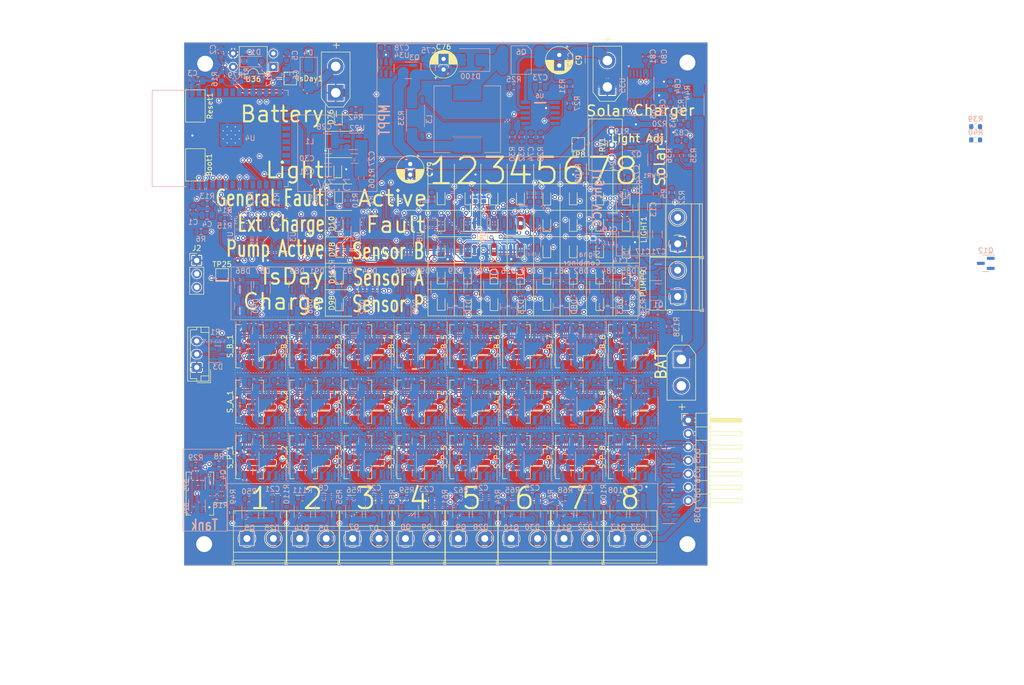
<source format=kicad_pcb>
(kicad_pcb (version 20221018) (generator pcbnew)

  (general
    (thickness 1.6)
  )

  (paper "A4")
  (layers
    (0 "F.Cu" signal)
    (1 "In1.Cu" signal)
    (2 "In2.Cu" signal)
    (31 "B.Cu" signal)
    (32 "B.Adhes" user "B.Adhesive")
    (33 "F.Adhes" user "F.Adhesive")
    (34 "B.Paste" user)
    (35 "F.Paste" user)
    (36 "B.SilkS" user "B.Silkscreen")
    (37 "F.SilkS" user "F.Silkscreen")
    (38 "B.Mask" user)
    (39 "F.Mask" user)
    (40 "Dwgs.User" user "User.Drawings")
    (41 "Cmts.User" user "User.Comments")
    (42 "Eco1.User" user "User.Eco1")
    (43 "Eco2.User" user "User.Eco2")
    (44 "Edge.Cuts" user)
    (45 "Margin" user)
    (46 "B.CrtYd" user "B.Courtyard")
    (47 "F.CrtYd" user "F.Courtyard")
    (48 "B.Fab" user)
    (49 "F.Fab" user)
  )

  (setup
    (stackup
      (layer "F.SilkS" (type "Top Silk Screen"))
      (layer "F.Paste" (type "Top Solder Paste"))
      (layer "F.Mask" (type "Top Solder Mask") (thickness 0.01))
      (layer "F.Cu" (type "copper") (thickness 0.035))
      (layer "dielectric 1" (type "prepreg") (thickness 0.1) (material "FR4") (epsilon_r 4.5) (loss_tangent 0.02))
      (layer "In1.Cu" (type "copper") (thickness 0.035))
      (layer "dielectric 2" (type "core") (thickness 1.24) (material "FR4") (epsilon_r 4.5) (loss_tangent 0.02))
      (layer "In2.Cu" (type "copper") (thickness 0.035))
      (layer "dielectric 3" (type "prepreg") (thickness 0.1) (material "FR4") (epsilon_r 4.5) (loss_tangent 0.02))
      (layer "B.Cu" (type "copper") (thickness 0.035))
      (layer "B.Mask" (type "Bottom Solder Mask") (thickness 0.01))
      (layer "B.Paste" (type "Bottom Solder Paste"))
      (layer "B.SilkS" (type "Bottom Silk Screen"))
      (copper_finish "HAL lead-free")
      (dielectric_constraints no)
    )
    (pad_to_mask_clearance 0.05)
    (solder_mask_min_width 0.2)
    (aux_axis_origin 68.58 26.67)
    (grid_origin 68.58 26.67)
    (pcbplotparams
      (layerselection 0x003ffff_ffffffff)
      (plot_on_all_layers_selection 0x0000000_00000000)
      (disableapertmacros false)
      (usegerberextensions false)
      (usegerberattributes false)
      (usegerberadvancedattributes false)
      (creategerberjobfile false)
      (dashed_line_dash_ratio 12.000000)
      (dashed_line_gap_ratio 3.000000)
      (svgprecision 4)
      (plotframeref false)
      (viasonmask false)
      (mode 1)
      (useauxorigin false)
      (hpglpennumber 1)
      (hpglpenspeed 20)
      (hpglpendiameter 15.000000)
      (dxfpolygonmode true)
      (dxfimperialunits true)
      (dxfusepcbnewfont true)
      (psnegative false)
      (psa4output false)
      (plotreference true)
      (plotvalue true)
      (plotinvisibletext false)
      (sketchpadsonfab false)
      (subtractmaskfromsilk false)
      (outputformat 1)
      (mirror false)
      (drillshape 0)
      (scaleselection 1)
      (outputdirectory "gerber/")
    )
  )

  (net 0 "")
  (net 1 "Net-(U4-IO0)")
  (net 2 "Net-(U4-EN)")
  (net 3 "VBAT")
  (net 4 "GND")
  (net 5 "Net-(S_A_1-Pin_1)")
  (net 6 "Net-(U10-CV)")
  (net 7 "Net-(D2-A)")
  (net 8 "Net-(D12-A)")
  (net 9 "unconnected-(D12-K-Pad2)")
  (net 10 "3_3V")
  (net 11 "Temp")
  (net 12 "unconnected-(D19-K-Pad2)")
  (net 13 "Net-(S_B_1-Pin_1)")
  (net 14 "Net-(D21-A)")
  (net 15 "Net-(U22-BST)")
  (net 16 "Net-(PUMP2-Pin_1)")
  (net 17 "PUMP_ENABLE")
  (net 18 "TANK_SENSOR")
  (net 19 "Net-(PUMP3-Pin_1)")
  (net 20 "Net-(PUMP4-Pin_1)")
  (net 21 "Net-(PUMP1-Pin_1)")
  (net 22 "Net-(PUMP5-Pin_1)")
  (net 23 "Net-(PUMP6-Pin_1)")
  (net 24 "Net-(PUMP7-Pin_1)")
  (net 25 "Net-(PUMP8-Pin_1)")
  (net 26 "SerialOut")
  (net 27 "Clock")
  (net 28 "Latch")
  (net 29 "Net-(Q1-G)")
  (net 30 "unconnected-(D21-K-Pad2)")
  (net 31 "ESP_RX")
  (net 32 "ESP_TX")
  (net 33 "Net-(Boot1-Pad2)")
  (net 34 "SDA")
  (net 35 "SCL")
  (net 36 "unconnected-(D23-K-Pad2)")
  (net 37 "Net-(D26-A)")
  (net 38 "Net-(D10-K)")
  (net 39 "Net-(Q5-G)")
  (net 40 "unconnected-(D26-K-Pad2)")
  (net 41 "Net-(Q7-G)")
  (net 42 "Net-(Q8-G)")
  (net 43 "Net-(Q9-G)")
  (net 44 "Net-(Q10-G)")
  (net 45 "Net-(Q11-G)")
  (net 46 "Net-(Q4-G)")
  (net 47 "Net-(Q13-G)")
  (net 48 "Net-(Q14-G)")
  (net 49 "Net-(D78-A)")
  (net 50 "CentralPump")
  (net 51 "Net-(D79-A)")
  (net 52 "Net-(C5-Pad2)")
  (net 53 "unconnected-(D79-K-Pad2)")
  (net 54 "Net-(U11-CV)")
  (net 55 "Net-(D19-A)")
  (net 56 "PUMP1")
  (net 57 "Net-(D23-A)")
  (net 58 "PUMP3")
  (net 59 "Net-(D80-A)")
  (net 60 "Net-(R14-Pad2)")
  (net 61 "PUMP4")
  (net 62 "PUMP5")
  (net 63 "PUMP6")
  (net 64 "PUMP7")
  (net 65 "PUMP8")
  (net 66 "PUMP2")
  (net 67 "unconnected-(U4-SENSOR_VP-Pad4)")
  (net 68 "unconnected-(U4-IO34-Pad6)")
  (net 69 "unconnected-(U4-IO35-Pad7)")
  (net 70 "unconnected-(U4-IO32-Pad8)")
  (net 71 "unconnected-(U4-IO33-Pad9)")
  (net 72 "unconnected-(U4-IO14-Pad13)")
  (net 73 "unconnected-(U4-IO12-Pad14)")
  (net 74 "unconnected-(D80-K-Pad2)")
  (net 75 "unconnected-(U4-SHD{slash}SD2-Pad17)")
  (net 76 "unconnected-(U4-SWP{slash}SD3-Pad18)")
  (net 77 "unconnected-(U4-SCS{slash}CMD-Pad19)")
  (net 78 "unconnected-(U4-SCK{slash}CLK-Pad20)")
  (net 79 "unconnected-(U4-SDO{slash}SD0-Pad21)")
  (net 80 "unconnected-(U4-SDI{slash}SD1-Pad22)")
  (net 81 "unconnected-(U4-IO15-Pad23)")
  (net 82 "unconnected-(U4-IO5-Pad29)")
  (net 83 "SIGNAL")
  (net 84 "SerialIn")
  (net 85 "unconnected-(U4-NC-Pad32)")
  (net 86 "SENSOR1_PUMP_END")
  (net 87 "SENSOR1_A")
  (net 88 "SENSOR1_B")
  (net 89 "SENSOR2_PUMP_END")
  (net 90 "SENSOR2_A")
  (net 91 "SENSOR2_B")
  (net 92 "SENSOR3_PUMP_END")
  (net 93 "SENSOR3_A")
  (net 94 "SENSOR3_B")
  (net 95 "SENSOR4_PUMP_END")
  (net 96 "SENSOR4_A")
  (net 97 "SENSOR4_B")
  (net 98 "SENSOR5_PUMP_END")
  (net 99 "SENSOR5_A")
  (net 100 "SENSOR5_B")
  (net 101 "SENSOR6_PUMP_END")
  (net 102 "SENSOR6_A")
  (net 103 "SENSOR6_B")
  (net 104 "SENSOR7_PUMP_END")
  (net 105 "SENSOR7_A")
  (net 106 "SENSOR7_B")
  (net 107 "SENSOR8_PUMP_END")
  (net 108 "SENSOR8_A")
  (net 109 "SENSOR8_B")
  (net 110 "Net-(D11-A)")
  (net 111 "Net-(D10-A)")
  (net 112 "Net-(D2-K)")
  (net 113 "Net-(S_P_2-Pin_1)")
  (net 114 "Net-(U12-CV)")
  (net 115 "Net-(S_A_2-Pin_1)")
  (net 116 "Net-(U13-CV)")
  (net 117 "Net-(U2-CV)")
  (net 118 "Net-(S_B_2-Pin_1)")
  (net 119 "Net-(U14-CV)")
  (net 120 "Net-(S_P_3-Pin_1)")
  (net 121 "Net-(U15-CV)")
  (net 122 "Net-(S_A_3-Pin_1)")
  (net 123 "Net-(U16-CV)")
  (net 124 "Net-(S_B_3-Pin_1)")
  (net 125 "Net-(U17-CV)")
  (net 126 "Net-(S_P_4-Pin_1)")
  (net 127 "Net-(U18-CV)")
  (net 128 "Net-(S_A_4-Pin_1)")
  (net 129 "Net-(U19-CV)")
  (net 130 "Net-(S_B_4-Pin_1)")
  (net 131 "Net-(U20-CV)")
  (net 132 "Net-(S_P_5-Pin_1)")
  (net 133 "Net-(U21-CV)")
  (net 134 "Net-(S_A_5-Pin_1)")
  (net 135 "Net-(U23-CV)")
  (net 136 "Net-(P_FAULT1-K)")
  (net 137 "Net-(P_FAULT2-K)")
  (net 138 "Net-(P_FAULT3-K)")
  (net 139 "Net-(P_FAULT4-K)")
  (net 140 "Net-(P_FAULT5-K)")
  (net 141 "Net-(P_FAULT6-K)")
  (net 142 "Net-(P_FAULT7-K)")
  (net 143 "Net-(P_FAULT8-K)")
  (net 144 "Net-(S_B_5-Pin_1)")
  (net 145 "Net-(U24-CV)")
  (net 146 "Net-(S_P_6-Pin_1)")
  (net 147 "Net-(U25-CV)")
  (net 148 "Net-(S_A_6-Pin_1)")
  (net 149 "Net-(U26-CV)")
  (net 150 "Net-(S_B_6-Pin_1)")
  (net 151 "Net-(U27-CV)")
  (net 152 "Net-(S_P_7-Pin_1)")
  (net 153 "Net-(U28-CV)")
  (net 154 "Net-(S_A_7-Pin_1)")
  (net 155 "Net-(U29-CV)")
  (net 156 "Net-(S_B_7-Pin_1)")
  (net 157 "Net-(U30-CV)")
  (net 158 "Net-(S_P_8-Pin_1)")
  (net 159 "Net-(U31-CV)")
  (net 160 "Net-(S_A_8-Pin_1)")
  (net 161 "Net-(U32-CV)")
  (net 162 "Net-(S_B_8-Pin_1)")
  (net 163 "Net-(U33-CV)")
  (net 164 "Net-(S_P_1-Pin_1)")
  (net 165 "Net-(S_P_1-Pin_2)")
  (net 166 "Net-(S_A_1-Pin_2)")
  (net 167 "Net-(S_B_1-Pin_2)")
  (net 168 "Net-(S_P_2-Pin_2)")
  (net 169 "Net-(S_A_2-Pin_2)")
  (net 170 "Net-(S_B_2-Pin_2)")
  (net 171 "Net-(S_P_3-Pin_2)")
  (net 172 "Net-(S_A_3-Pin_2)")
  (net 173 "Net-(S_B_3-Pin_2)")
  (net 174 "Net-(S_P_4-Pin_2)")
  (net 175 "Net-(S_A_4-Pin_2)")
  (net 176 "Net-(S_B_4-Pin_2)")
  (net 177 "Net-(S_P_5-Pin_2)")
  (net 178 "Net-(S_A_5-Pin_2)")
  (net 179 "Net-(S_B_5-Pin_2)")
  (net 180 "Net-(S_P_6-Pin_2)")
  (net 181 "Net-(S_A_6-Pin_2)")
  (net 182 "Net-(S_B_6-Pin_2)")
  (net 183 "Net-(S_P_7-Pin_2)")
  (net 184 "Net-(S_A_7-Pin_2)")
  (net 185 "Net-(S_B_7-Pin_2)")
  (net 186 "Net-(S_P_8-Pin_2)")
  (net 187 "Net-(S_A_8-Pin_2)")
  (net 188 "Net-(S_B_8-Pin_2)")
  (net 189 "Net-(D81-A)")
  (net 190 "unconnected-(D81-K-Pad2)")
  (net 191 "Net-(D82-A)")
  (net 192 "unconnected-(D82-K-Pad2)")
  (net 193 "Net-(D83-A)")
  (net 194 "unconnected-(D83-K-Pad2)")
  (net 195 "Net-(D84-A)")
  (net 196 "unconnected-(D84-K-Pad2)")
  (net 197 "Net-(D85-A)")
  (net 198 "unconnected-(D85-K-Pad2)")
  (net 199 "Net-(D86-A)")
  (net 200 "unconnected-(D86-K-Pad2)")
  (net 201 "Net-(D87-A)")
  (net 202 "unconnected-(D87-K-Pad2)")
  (net 203 "Net-(D88-A)")
  (net 204 "unconnected-(D88-K-Pad2)")
  (net 205 "Net-(D89-A)")
  (net 206 "unconnected-(D89-K-Pad2)")
  (net 207 "Net-(D90-A)")
  (net 208 "unconnected-(D90-K-Pad2)")
  (net 209 "Net-(D91-A)")
  (net 210 "unconnected-(D91-K-Pad2)")
  (net 211 "Net-(D92-A)")
  (net 212 "unconnected-(D92-K-Pad2)")
  (net 213 "unconnected-(U2-DIS-Pad7)")
  (net 214 "unconnected-(U10-DIS-Pad7)")
  (net 215 "unconnected-(U11-DIS-Pad7)")
  (net 216 "unconnected-(U12-DIS-Pad7)")
  (net 217 "unconnected-(U13-DIS-Pad7)")
  (net 218 "unconnected-(U14-DIS-Pad7)")
  (net 219 "unconnected-(U15-DIS-Pad7)")
  (net 220 "unconnected-(U16-DIS-Pad7)")
  (net 221 "unconnected-(U17-DIS-Pad7)")
  (net 222 "unconnected-(U18-DIS-Pad7)")
  (net 223 "unconnected-(U19-DIS-Pad7)")
  (net 224 "unconnected-(U20-DIS-Pad7)")
  (net 225 "unconnected-(U21-DIS-Pad7)")
  (net 226 "unconnected-(U23-DIS-Pad7)")
  (net 227 "unconnected-(U24-DIS-Pad7)")
  (net 228 "unconnected-(U25-DIS-Pad7)")
  (net 229 "unconnected-(U26-DIS-Pad7)")
  (net 230 "unconnected-(U27-DIS-Pad7)")
  (net 231 "unconnected-(U28-DIS-Pad7)")
  (net 232 "unconnected-(U29-DIS-Pad7)")
  (net 233 "unconnected-(U30-DIS-Pad7)")
  (net 234 "unconnected-(U31-DIS-Pad7)")
  (net 235 "unconnected-(U32-DIS-Pad7)")
  (net 236 "unconnected-(U33-DIS-Pad7)")
  (net 237 "IsDay")
  (net 238 "Net-(R78-Pad2)")
  (net 239 "S_VIN")
  (net 240 "Net-(D93-A)")
  (net 241 "unconnected-(D93-K-Pad2)")
  (net 242 "Net-(D94-A)")
  (net 243 "unconnected-(D94-K-Pad2)")
  (net 244 "Net-(D95-A)")
  (net 245 "unconnected-(D95-K-Pad2)")
  (net 246 "Net-(D96-A)")
  (net 247 "unconnected-(D96-K-Pad2)")
  (net 248 "Net-(D97-A)")
  (net 249 "unconnected-(D97-K-Pad2)")
  (net 250 "Net-(P_FAULT1-A)")
  (net 251 "Net-(P_FAULT2-A)")
  (net 252 "Net-(P_FAULT3-A)")
  (net 253 "Net-(P_FAULT4-A)")
  (net 254 "Net-(P_FAULT5-A)")
  (net 255 "Net-(P_FAULT6-A)")
  (net 256 "Net-(P_FAULT7-A)")
  (net 257 "Net-(P_FAULT8-A)")
  (net 258 "5K_VBAT")
  (net 259 "1K_GND")
  (net 260 "Net-(U1-QH')")
  (net 261 "unconnected-(U1-~{SRCLR}-Pad10)")
  (net 262 "Net-(U3-QH')")
  (net 263 "unconnected-(U3-~{SRCLR}-Pad10)")
  (net 264 "Net-(U7-QH')")
  (net 265 "unconnected-(U7-~{SRCLR}-Pad10)")
  (net 266 "Net-(U8-QH')")
  (net 267 "unconnected-(U8-~{SRCLR}-Pad10)")
  (net 268 "unconnected-(U9-~{SRCLR}-Pad10)")
  (net 269 "/Light_In")
  (net 270 "Net-(U5-BST)")
  (net 271 "Net-(Q2-G)")
  (net 272 "Net-(Q2-D)")
  (net 273 "Net-(Q_PWR1-G)")
  (net 274 "Net-(Q_PWR1-D)")
  (net 275 "LED_ENABLE")
  (net 276 "Net-(I2C3-A)")
  (net 277 "Net-(R24-Pad2)")
  (net 278 "Net-(U5-FB)")
  (net 279 "/Light+")
  (net 280 "Net-(U6-VG)")
  (net 281 "Net-(C74-Pad1)")
  (net 282 "Net-(D1-A)")
  (net 283 "Net-(D98-K)")
  (net 284 "Net-(D98-A)")
  (net 285 "Net-(D100-K)")
  (net 286 "Net-(L3-Pad2)")
  (net 287 "Net-(Q6-G)")
  (net 288 "Net-(U6-MPPT)")
  (net 289 "Net-(U6-COM)")
  (net 290 "Net-(U6-BAT)")
  (net 291 "Net-(U6-FB)")
  (net 292 "Net-(U6-CSP)")
  (net 293 "/3_3IN")
  (net 294 "/Light_cool")
  (net 295 "/3_3V_cool")
  (net 296 "Net-(R26-Pad2)")
  (net 297 "Net-(Q3-S)")
  (net 298 "Net-(U34-VCAP)")
  (net 299 "Net-(Q3-G)")
  (net 300 "Net-(J3-Pin_1)")
  (net 301 "ENABLE_TANK")
  (net 302 "Net-(battery1-Pin_1)")
  (net 303 "Net-(U35-REG25)")
  (net 304 "Net-(U35-BAT)")
  (net 305 "Net-(U35-SRP)")
  (net 306 "Net-(U35-SRN)")
  (net 307 "Net-(D76-K)")
  (net 308 "Net-(D76-A)")
  (net 309 "Net-(Q12-G)")
  (net 310 "Net-(Q12-S)")
  (net 311 "Net-(R38-Pad2)")
  (net 312 "Net-(R38-Pad3)")
  (net 313 "BAT_LED")
  (net 314 "BAT_ALERT")
  (net 315 "unconnected-(U35-VEN-Pad2)")
  (net 316 "unconnected-(U35-P6{slash}TS-Pad11)")
  (net 317 "unconnected-(U35-P5{slash}HDQ-Pad12)")

  (footprint "Button_Switch_SMD:SW_SPST_CK_RS282G05A3" (layer "F.Cu") (at 172.33 52.67 90))

  (footprint "LED_SMD:LED_0603_1608Metric" (layer "F.Cu") (at 228.83 84.8825 90))

  (footprint "LED_SMD:LED_0603_1608Metric" (layer "F.Cu") (at 233.83 79.8825 90))

  (footprint "Connector_AMASS:AMASS_XT30UPB-M_1x02_P5.0mm_Vertical" (layer "F.Cu") (at 250.28 49.07 90))

  (footprint "LED_SMD:LED_0603_1608Metric" (layer "F.Cu") (at 199.53 74.9575 90))

  (footprint "Button_Switch_SMD:SW_SPST_CK_RS282G05A3" (layer "F.Cu") (at 172.33 63.82 -90))

  (footprint "LED_SMD:LED_0603_1608Metric" (layer "F.Cu") (at 218.83 74.8825 90))

  (footprint "Connector_JST:JST_PH_B2B-PH-SM4-TB_1x02-1MP_P2.00mm_Vertical" (layer "F.Cu") (at 224.83 119.17 90))

  (footprint "LED_SMD:LED_0603_1608Metric" (layer "F.Cu") (at 228.83 74.92 90))

  (footprint "Connector_JST:JST_PH_B2B-PH-SM4-TB_1x02-1MP_P2.00mm_Vertical" (layer "F.Cu") (at 244.83 98.17 90))

  (footprint "LED_SMD:LED_0603_1608Metric" (layer "F.Cu") (at 218.83 79.8825 90))

  (footprint "Connector_AMASS:AMASS_XT30UPB-F_1x02_P5.0mm_Vertical" (layer "F.Cu") (at 264.28 100.67 -90))

  (footprint "LED_SMD:LED_0603_1608Metric" (layer "F.Cu") (at 223.83 79.92 90))

  (footprint "Connector_JST:JST_PH_B2B-PH-SM4-TB_1x02-1MP_P2.00mm_Vertical" (layer "F.Cu") (at 254.83 108.67 90))

  (footprint "TerminalBlock_Phoenix:TerminalBlock_Phoenix_MKDS-1,5-2_1x02_P5.00mm_Horizontal" (layer "F.Cu") (at 232.08 134.575))

  (footprint "TerminalBlock_Phoenix:TerminalBlock_Phoenix_MKDS-1,5-2_1x02_P5.00mm_Horizontal" (layer "F.Cu") (at 242.08 134.575))

  (footprint "TerminalBlock_Phoenix:TerminalBlock_Phoenix_MKDS-1,5-2_1x02_P5.00mm_Horizontal" (layer "F.Cu") (at 263.58 88.77 90))

  (footprint "Connector_JST:JST_PH_B2B-PH-SM4-TB_1x02-1MP_P2.00mm_Vertical" (layer "F.Cu") (at 194.58 98.17 90))

  (footprint "Package_DIP:DIP-4_W7.62mm" (layer "F.Cu") (at 187.08 45.27 180))

  (footprint "Connector_JST:JST_EH_B3B-EH-A_1x03_P2.50mm_Vertical" (layer "F.Cu") (at 172.58 102.17 90))

  (footprint "LED_SMD:LED_0603_1608Metric" (layer "F.Cu") (at 238.83 84.92 90))

  (footprint "LED_SMD:LED_0603_1608Metric" (layer "F.Cu") (at 199.43 69.6575 90))

  (footprint "Connector_PinHeader_2.54mm:PinHeader_1x07_P2.54mm_Horizontal" (layer "F.Cu") (at 265.58 112.17))

  (footprint "LED_SMD:LED_0603_1608Metric" (layer "F.Cu") (at 243.83 69.8825 90))

  (footprint "Connector_JST:JST_PH_B2B-PH-SM4-TB_1x02-1MP_P2.00mm_Vertical" (layer "F.Cu") (at 244.83 119.17 90))

  (footprint "LED_SMD:LED_0603_1608Metric" (layer "F.Cu") (at 233.83 74.8825 90))

  (footprint "LED_SMD:LED_0603_1608Metric" (layer "F.Cu") (at 233.83 84.92 90))

  (footprint "LED_SMD:LED_0603_1608Metric" (layer "F.Cu") (at 243.83 74.92 90))

  (footprint "Connector_JST:JST_PH_B2B-PH-SM4-TB_1x02-1MP_P2.00mm_Vertical" (layer "F.Cu") (at 224.83 108.67 90))

  (footprint "LED_SMD:LED_0603_1608Metric" (layer "F.Cu") (at 218.83 84.8825 90))

  (footprint "TerminalBlock_Phoenix:TerminalBlock_Phoenix_MKDS-1,5-2_1x02_P5.00mm_Horizontal" (layer "F.Cu") (at 222.08 134.575))

  (footprint "LED_SMD:LED_0603_1608Metric" (layer "F.Cu") (at 224.08 69.8825 90))

  (footprint "LED_SMD:LED_0603_1608Metric" (layer "F.Cu") (at 199.38 54.7575 90))

  (footprint "Connector_JST:JST_PH_B2B-PH-SM4-TB_1x02-1MP_P2.00mm_Vertical" (layer "F.Cu") (at 184.33 119.17 90))

  (footprint "LED_SMD:LED_0603_1608Metric" (layer "F.Cu")
    (tstamp 53afbb56-eb48-4e8e-824e-95ff8f787ff1)
    (at 218.83 89.8825 90)
    (descr "LED SMD 0603 (1608 Metric), square (rectangular) end terminal, IPC_7351 nominal, (Body size source: http://www.tortai-tech.com/upload/download/2011102023233369053.pdf), generated with kicad-footprint-generator")
    (tags "LED")
    (property "Sheetfile" "PlantCtrlESP32.kicad_sch")
    (property "Sheetname" "")
    (property "ki_description" "Light emitting diode")
    (property "ki_keywords" "LED diode")
    (path "/10b68fa0-05e2-4e24-abf6-d287cbe1dc7f")
    (attr smd)
    (fp_text reference "SD1" (at 0 -1.43 90) (layer "F.SilkS") hide
        (effects (font (size 1 1) (thickness 0.15)))
      (tstamp bc4c86af-c35d-4800-8ffa-7574ef172302)
    )
    (fp_text value "GREEN" (at 0 1.43 90) (layer "F.Fab")
        (effects (font (size 1 1) (thickness 0.15)))
      (tstamp 546b77b0-12ca-4c74-b51e-3a0dacbd36bb)
    )
    (fp_text user "${REFERENCE}" (at 0 0 90) (layer "F.Fab")
        (effects (font (size 0.4 0.4) (thickness 0.06)))
      (tstamp f8e66a2d-eb87-43d0-bcef-f5e1d9c57552)
    )
    (fp_line (start -1.485 -0.735) (end -1.485 0.735)
      (stroke (width 0.12) (type solid)) (layer "F.SilkS") (tstamp fcf5d256-5fc4-4910-95a0-26ddf71e29bc))
    (fp_line (start -1.485 0.735) (end 0.8 0.735)
      (stroke (width 0.12) (type solid)) (layer "F.SilkS") (tstamp 016c6227-6e25-40fa-9b73-33ce67197d74))
    (fp_line (start 0.8 -0.735) (end -1.485 -0.735)
      (stroke (width 0.12) (type solid)) (layer "F.SilkS") (tstamp 01eee95e-b70f-47ec-93fa-4c13ae6ce97d))
    (fp_line (start -1.48 -0.73) (end 1.48 -0.73)
      (stroke (width 0.05) (type solid)) (layer "F.CrtYd") (tstamp 26246e52-338d-4622-a7b5-dc95b94896db))
    (fp_line (start -1.48 0.73) (end -1.48 -0.73)
      (stroke (width 0.05) (type solid)) (layer "F.CrtYd") (tstamp 464628bf-fea2-4820-8399-30bead8f317f))
    (fp_line (start 1.48 -0.73) (end 1.48 0.73)
      (stroke (width 0.05) (type solid)) (layer "F.CrtYd") (tstamp dd370c22-074a-4476-8487-1ade367f0b39))
    (fp_line (start 1.48 0.73) (end -1.48 0.73
... [5991196 chars truncated]
</source>
